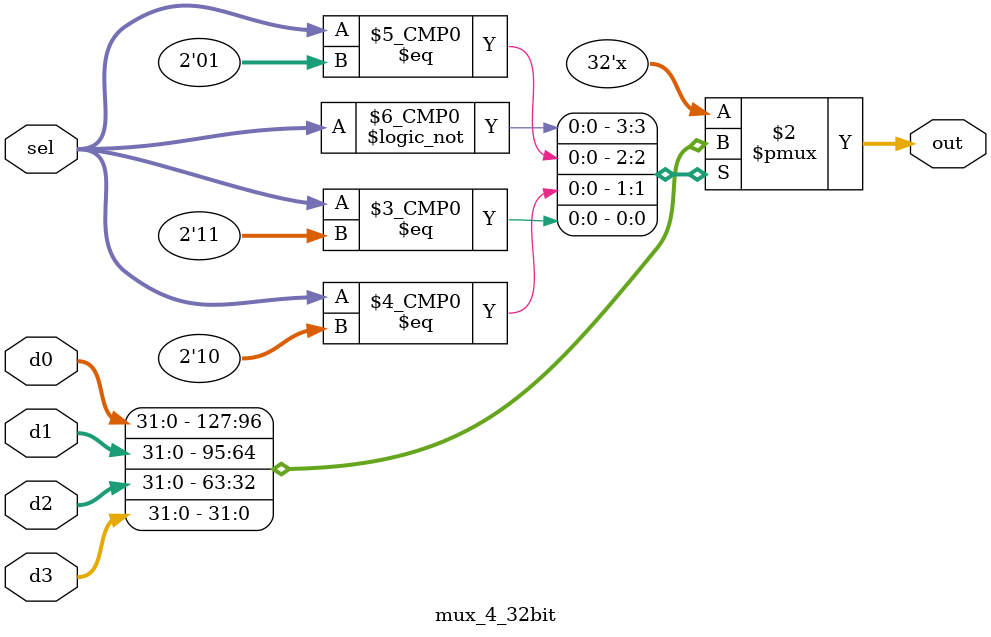
<source format=v>
module mux_4_32bit(
    input [31:0] d0,
    input [31:0] d1,
    input [31:0] d2,
    input [31:0] d3,
    input [1:0] sel,
    output reg [31:0] out
);
    always @(*) begin
        case(sel)
            2'b00: out = d0; // ALU result
            2'b01: out = d1; // Memory output
            2'b10: out = d2; // JAL value
            2'b11: out = d3; // CMOV value
            default: out = d0;
        endcase
    end
endmodule

</source>
